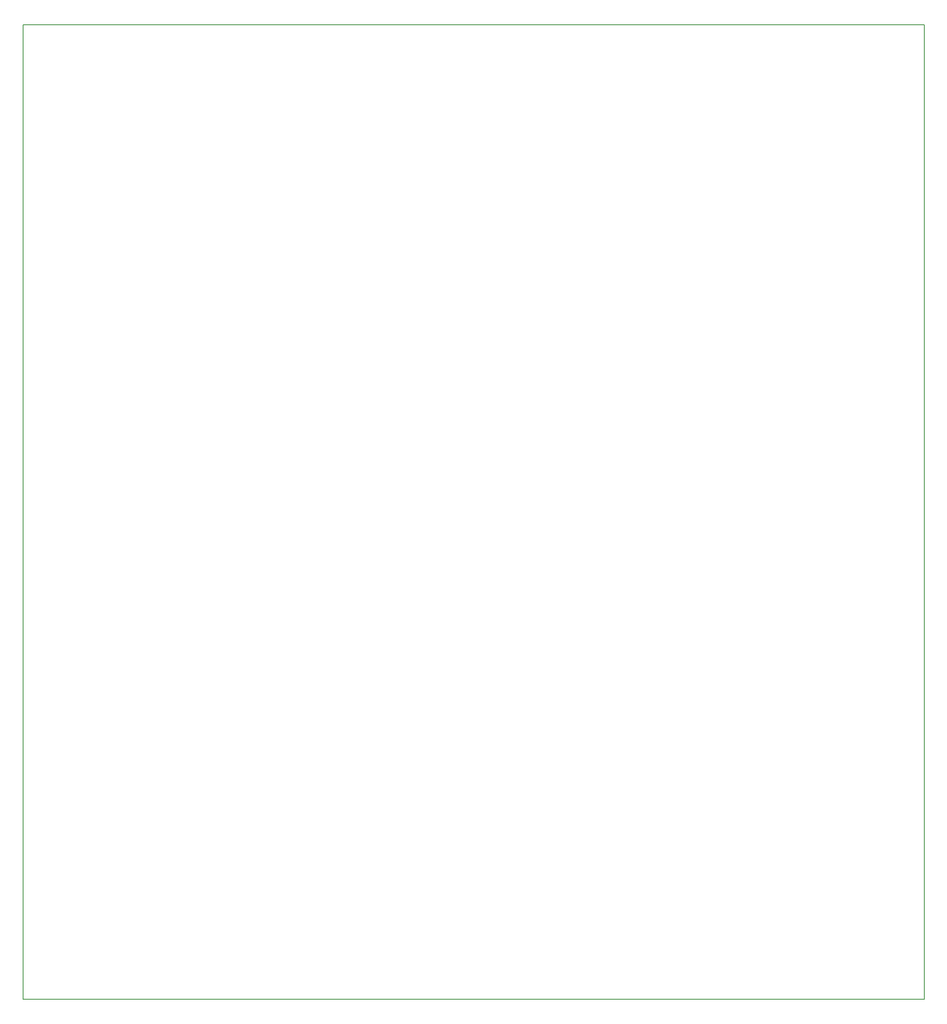
<source format=gm1>
G04 #@! TF.FileFunction,Profile,NP*
%FSLAX46Y46*%
G04 Gerber Fmt 4.6, Leading zero omitted, Abs format (unit mm)*
G04 Created by KiCad (PCBNEW 4.0.7) date 02/24/18 14:33:00*
%MOMM*%
%LPD*%
G01*
G04 APERTURE LIST*
%ADD10C,0.100000*%
%ADD11C,0.150000*%
G04 APERTURE END LIST*
D10*
D11*
X0Y0D02*
X185000000Y0D01*
X0Y-200000000D02*
X185000000Y-200000000D01*
X0Y0D02*
X0Y-200000000D01*
X185000000Y0D02*
X185000000Y-200000000D01*
M02*

</source>
